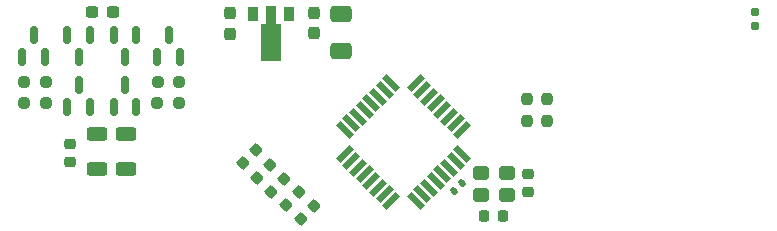
<source format=gbr>
%TF.GenerationSoftware,KiCad,Pcbnew,7.0.7*%
%TF.CreationDate,2023-10-03T09:28:03+02:00*%
%TF.ProjectId,pwmController,70776d43-6f6e-4747-926f-6c6c65722e6b,rev?*%
%TF.SameCoordinates,Original*%
%TF.FileFunction,Paste,Top*%
%TF.FilePolarity,Positive*%
%FSLAX46Y46*%
G04 Gerber Fmt 4.6, Leading zero omitted, Abs format (unit mm)*
G04 Created by KiCad (PCBNEW 7.0.7) date 2023-10-03 09:28:03*
%MOMM*%
%LPD*%
G01*
G04 APERTURE LIST*
G04 Aperture macros list*
%AMRoundRect*
0 Rectangle with rounded corners*
0 $1 Rounding radius*
0 $2 $3 $4 $5 $6 $7 $8 $9 X,Y pos of 4 corners*
0 Add a 4 corners polygon primitive as box body*
4,1,4,$2,$3,$4,$5,$6,$7,$8,$9,$2,$3,0*
0 Add four circle primitives for the rounded corners*
1,1,$1+$1,$2,$3*
1,1,$1+$1,$4,$5*
1,1,$1+$1,$6,$7*
1,1,$1+$1,$8,$9*
0 Add four rect primitives between the rounded corners*
20,1,$1+$1,$2,$3,$4,$5,0*
20,1,$1+$1,$4,$5,$6,$7,0*
20,1,$1+$1,$6,$7,$8,$9,0*
20,1,$1+$1,$8,$9,$2,$3,0*%
%AMRotRect*
0 Rectangle, with rotation*
0 The origin of the aperture is its center*
0 $1 length*
0 $2 width*
0 $3 Rotation angle, in degrees counterclockwise*
0 Add horizontal line*
21,1,$1,$2,0,0,$3*%
%AMFreePoly0*
4,1,9,3.862500,-0.866500,0.737500,-0.866500,0.737500,-0.450000,-0.737500,-0.450000,-0.737500,0.450000,0.737500,0.450000,0.737500,0.866500,3.862500,0.866500,3.862500,-0.866500,3.862500,-0.866500,$1*%
G04 Aperture macros list end*
%ADD10RoundRect,0.300000X-0.400000X-0.300000X0.400000X-0.300000X0.400000X0.300000X-0.400000X0.300000X0*%
%ADD11RoundRect,0.225000X-0.017678X0.335876X-0.335876X0.017678X0.017678X-0.335876X0.335876X-0.017678X0*%
%ADD12RoundRect,0.225000X-0.250000X0.225000X-0.250000X-0.225000X0.250000X-0.225000X0.250000X0.225000X0*%
%ADD13RotRect,1.600000X0.550000X135.000000*%
%ADD14RotRect,1.600000X0.550000X225.000000*%
%ADD15RoundRect,0.225000X0.017678X-0.335876X0.335876X-0.017678X-0.017678X0.335876X-0.335876X0.017678X0*%
%ADD16RoundRect,0.237500X0.237500X-0.250000X0.237500X0.250000X-0.237500X0.250000X-0.237500X-0.250000X0*%
%ADD17RoundRect,0.237500X-0.250000X-0.237500X0.250000X-0.237500X0.250000X0.237500X-0.250000X0.237500X0*%
%ADD18R,0.900000X1.300000*%
%ADD19FreePoly0,270.000000*%
%ADD20RoundRect,0.237500X0.250000X0.237500X-0.250000X0.237500X-0.250000X-0.237500X0.250000X-0.237500X0*%
%ADD21RoundRect,0.237500X-0.237500X0.300000X-0.237500X-0.300000X0.237500X-0.300000X0.237500X0.300000X0*%
%ADD22RoundRect,0.150000X0.150000X-0.587500X0.150000X0.587500X-0.150000X0.587500X-0.150000X-0.587500X0*%
%ADD23RoundRect,0.225000X0.225000X0.250000X-0.225000X0.250000X-0.225000X-0.250000X0.225000X-0.250000X0*%
%ADD24RoundRect,0.140000X-0.021213X0.219203X-0.219203X0.021213X0.021213X-0.219203X0.219203X-0.021213X0*%
%ADD25RoundRect,0.160000X0.160000X-0.197500X0.160000X0.197500X-0.160000X0.197500X-0.160000X-0.197500X0*%
%ADD26RoundRect,0.250000X-0.625000X0.312500X-0.625000X-0.312500X0.625000X-0.312500X0.625000X0.312500X0*%
%ADD27RoundRect,0.250000X-0.650000X0.412500X-0.650000X-0.412500X0.650000X-0.412500X0.650000X0.412500X0*%
%ADD28RoundRect,0.150000X-0.150000X0.587500X-0.150000X-0.587500X0.150000X-0.587500X0.150000X0.587500X0*%
%ADD29RoundRect,0.237500X0.300000X0.237500X-0.300000X0.237500X-0.300000X-0.237500X0.300000X-0.237500X0*%
%ADD30RoundRect,0.225000X0.250000X-0.225000X0.250000X0.225000X-0.250000X0.225000X-0.250000X-0.225000X0*%
G04 APERTURE END LIST*
D10*
%TO.C,Y201*%
X154219268Y-78824324D03*
X156419268Y-78824324D03*
X156419268Y-76924324D03*
X154219268Y-76924324D03*
%TD*%
D11*
%TO.C,C3*%
X137548008Y-77451992D03*
X136451992Y-78548008D03*
%TD*%
D12*
%TO.C,C6*%
X119420000Y-74471500D03*
X119420000Y-76021500D03*
%TD*%
D13*
%TO.C,U202*%
X148671573Y-79328427D03*
X149237258Y-78762741D03*
X149802944Y-78197056D03*
X150368629Y-77631371D03*
X150934315Y-77065685D03*
X151500000Y-76500000D03*
X152065685Y-75934314D03*
X152631371Y-75368629D03*
D14*
X152631371Y-73318019D03*
X152065685Y-72752334D03*
X151500000Y-72186648D03*
X150934315Y-71620963D03*
X150368629Y-71055277D03*
X149802944Y-70489592D03*
X149237258Y-69923907D03*
X148671573Y-69358221D03*
D13*
X146620963Y-69358221D03*
X146055278Y-69923907D03*
X145489592Y-70489592D03*
X144923907Y-71055277D03*
X144358221Y-71620963D03*
X143792536Y-72186648D03*
X143226851Y-72752334D03*
X142661165Y-73318019D03*
D14*
X142661165Y-75368629D03*
X143226851Y-75934314D03*
X143792536Y-76500000D03*
X144358221Y-77065685D03*
X144923907Y-77631371D03*
X145489592Y-78197056D03*
X146055278Y-78762741D03*
X146620963Y-79328427D03*
%TD*%
D15*
%TO.C,C1*%
X134038992Y-76135008D03*
X135135008Y-75038992D03*
%TD*%
D16*
%TO.C,R203*%
X159766000Y-72540500D03*
X159766000Y-70715500D03*
%TD*%
D17*
%TO.C,R503*%
X115546500Y-71056500D03*
X117371500Y-71056500D03*
%TD*%
D18*
%TO.C,U301*%
X137922000Y-63500000D03*
D19*
X136422000Y-63587500D03*
D18*
X134922000Y-63500000D03*
%TD*%
D20*
%TO.C,R501*%
X128674500Y-69278500D03*
X126849500Y-69278500D03*
%TD*%
D21*
%TO.C,C302*%
X140081000Y-63399500D03*
X140081000Y-65124500D03*
%TD*%
D11*
%TO.C,C5*%
X140088008Y-79737992D03*
X138991992Y-80834008D03*
%TD*%
D22*
%TO.C,Q505*%
X119192000Y-71354000D03*
X121092000Y-71354000D03*
X120142000Y-69479000D03*
%TD*%
%TO.C,Q506*%
X115382000Y-67168000D03*
X117282000Y-67168000D03*
X116332000Y-65293000D03*
%TD*%
D23*
%TO.C,C201*%
X156051268Y-80575324D03*
X154501268Y-80575324D03*
%TD*%
D22*
%TO.C,Q501*%
X126812000Y-67168000D03*
X128712000Y-67168000D03*
X127762000Y-65293000D03*
%TD*%
D24*
%TO.C,C202*%
X152609268Y-77813324D03*
X151930446Y-78492146D03*
%TD*%
D20*
%TO.C,R502*%
X128651000Y-71056500D03*
X126826000Y-71056500D03*
%TD*%
D25*
%TO.C,R202*%
X177419000Y-64478500D03*
X177419000Y-63283500D03*
%TD*%
D26*
%TO.C,R101*%
X121706000Y-73657000D03*
X121706000Y-76582000D03*
%TD*%
D27*
%TO.C,C303*%
X142367000Y-63461500D03*
X142367000Y-66586500D03*
%TD*%
D26*
%TO.C,R102*%
X124119000Y-73657000D03*
X124119000Y-76582000D03*
%TD*%
D20*
%TO.C,R504*%
X117371500Y-69278500D03*
X115546500Y-69278500D03*
%TD*%
D16*
%TO.C,R201*%
X158115000Y-72540500D03*
X158115000Y-70715500D03*
%TD*%
D21*
%TO.C,C301*%
X132969000Y-63426000D03*
X132969000Y-65151000D03*
%TD*%
D28*
%TO.C,Q504*%
X121092000Y-65293000D03*
X119192000Y-65293000D03*
X120142000Y-67168000D03*
%TD*%
%TO.C,Q502*%
X125029000Y-65293000D03*
X123129000Y-65293000D03*
X124079000Y-67168000D03*
%TD*%
D11*
%TO.C,C4*%
X138818008Y-78594992D03*
X137721992Y-79691008D03*
%TD*%
D29*
%TO.C,C501*%
X123036500Y-63309500D03*
X121311500Y-63309500D03*
%TD*%
D11*
%TO.C,C2*%
X136318016Y-76268984D03*
X135222000Y-77365000D03*
%TD*%
D30*
%TO.C,C203*%
X158197268Y-78588324D03*
X158197268Y-77038324D03*
%TD*%
D22*
%TO.C,Q503*%
X123129000Y-71359000D03*
X125029000Y-71359000D03*
X124079000Y-69484000D03*
%TD*%
M02*

</source>
